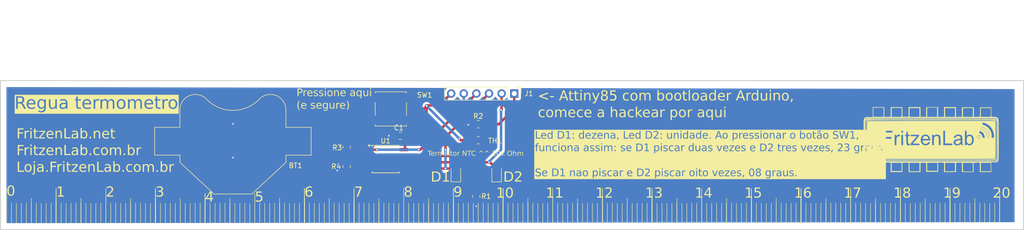
<source format=kicad_pcb>
(kicad_pcb (version 20240108) (generator "pcbnew") (generator_version "8.0")
  (layers (0 "F.Cu" signal) (31 "B.Cu" signal) (34 "B.Paste" user) (35 "F.Paste" user) (36 "B.SilkS" user "B.Silkscreen") (37 "F.SilkS" user "F.Silkscreen") (38 "B.Mask" user) (39 "F.Mask" user) (44 "Edge.Cuts" user))
  (net 0 "")
  (net 1 "LED-decimal")
  (net 2 "GND")
  (net 3 "LED-unitario")
  (net 4 "Analog")
  (net 5 "VCC")
  (net 6 "REF")
  (net 7 "D10")
  (net 9 "Net-(BT1-+)")
  (net 10 "Net-(D1-K)")
  (footprint "Package_SO:SOIC-8W_5.3x5.3mm_P1.27mm" (layer "F.Cu") (at 129.55 92.305)
    (property "Reference" "U1" (at 0 -3.68 0) (layer "F.SilkS"))
    (property "Value" "ATtiny85-20S" (hide yes))
    (pad "1" smd rect (at -3.65 -1.905) (size 1.7 0.65) (layers "F.Cu" "F.Paste" "F.Mask") (net 7 "D10"))
    (pad "2" smd rect (at -3.65 -0.635) (size 1.7 0.65) (layers "F.Cu" "F.Paste" "F.Mask"))
    (pad "3" smd rect (at -3.65 0.635) (size 1.7 0.65) (layers "F.Cu" "F.Paste" "F.Mask") (net 6 "REF"))
    (pad "4" smd rect (at -3.65 1.905) (size 1.7 0.65) (layers "F.Cu" "F.Paste" "F.Mask") (net 2 "GND"))
    (pad "5" smd rect (at 3.65 1.905) (size 1.7 0.65) (layers "F.Cu" "F.Paste" "F.Mask") (net 1 "LED-decimal"))
    (pad "6" smd rect (at 3.65 0.635) (size 1.7 0.65) (layers "F.Cu" "F.Paste" "F.Mask") (net 3 "LED-unitario"))
    (pad "7" smd rect (at 3.65 -0.635) (size 1.7 0.65) (layers "F.Cu" "F.Paste" "F.Mask") (net 4 "Analog"))
    (pad "8" smd rect (at 3.65 -1.905) (size 1.7 0.65) (layers "F.Cu" "F.Paste" "F.Mask") (net 5 "VCC"))
  )
  (footprint "LED_SMD:LED_0805_2012Metric" (layer "F.Cu") (at 151.9 95.2 90)
    (property "Reference" "D2" (at -0.8 3.3 180) (layer "F.SilkS") (effects (font (size 2 2))))
    (property "Value" "LED" (hide yes))
    (pad "1" smd roundrect (at -0.9375 0 90) (size 0.975 1.4) (layers "F.Cu" "F.Paste" "F.Mask") (net 10 "Net-(D1-K)"))
    (pad "2" smd roundrect (at 0.9375 0 90) (size 0.975 1.4) (layers "F.Cu" "F.Paste" "F.Mask") (net 3 "LED-unitario"))
  )
  (footprint "Capacitor_SMD:C_0805_2012Metric" (layer "F.Cu") (at 132.5 87.6 180)
    (property "Reference" "C1" (at 0.3 1.6 0) (layer "F.SilkS"))
    (property "Value" "C" (hide yes))
    (pad "1" smd roundrect (at -0.95 0 180) (size 1 1.45) (layers "F.Cu" "F.Paste" "F.Mask") (net 5 "VCC"))
    (pad "2" smd roundrect (at 0.95 0 180) (size 1 1.45) (layers "F.Cu" "F.Paste" "F.Mask") (net 2 "GND"))
  )
  (footprint "Resistor_SMD:R_0805_2012Metric" (layer "F.Cu") (at 121.7 89.9 90)
    (property "Reference" "R3" (at -0.1 -1.9 180) (layer "F.SilkS"))
    (property "Value" "R" (hide yes))
    (pad "1" smd roundrect (at -0.9125 0 90) (size 1.025 1.4) (layers "F.Cu" "F.Paste" "F.Mask") (roundrect_rratio 0.243902) (net 6 "REF"))
    (pad "2" smd roundrect (at 0.9125 0 90) (size 1.025 1.4) (layers "F.Cu" "F.Paste" "F.Mask") (roundrect_rratio 0.243902) (net 5 "VCC"))
  )
  (footprint "Connector_PinHeader_2.54mm:PinHeader_1x06_P2.54mm_Vertical" (layer "F.Cu") (at 155.45 79.1 -90)
    (property "Reference" "J1" (at 0 -2.95 180) (layer "F.SilkS"))
    (property "Value" "Conn_01x06_Pin" (hide yes))
    (pad "1" thru_hole rect (at 0 0 270) (size 1.7 1.7) (drill 1) (layers "*.Cu" "*.Mask") (net 4 "Analog"))
    (pad "2" thru_hole oval (at 0 2.54 270) (size 1.7 1.7) (drill 1) (layers "*.Cu" "*.Mask") (net 3 "LED-unitario"))
    (pad "3" thru_hole oval (at 0 5.08 270) (size 1.7 1.7) (drill 1) (layers "*.Cu" "*.Mask") (net 1 "LED-decimal"))
    (pad "4" thru_hole oval (at 0 7.62 270) (size 1.7 1.7) (drill 1) (layers "*.Cu" "*.Mask") (net 7 "D10"))
    (pad "5" thru_hole oval (at 0 10.16 270) (size 1.7 1.7) (drill 1) (layers "*.Cu" "*.Mask") (net 2 "GND"))
    (pad "6" thru_hole oval (at 0 12.7 270) (size 1.7 1.7) (drill 1) (layers "*.Cu" "*.Mask") (net 5 "VCC"))
  )
  (footprint "LED_SMD:LED_0805_2012Metric" (layer "F.Cu") (at 143.7 95.2 90)
    (property "Reference" "D1" (at -0.8 -3.1 180) (layer "F.SilkS") (effects (font (size 2 2))))
    (property "Value" "LED" (hide yes))
    (pad "1" smd roundrect (at -0.9375 0 90) (size 0.975 1.4) (layers "F.Cu" "F.Paste" "F.Mask") (net 10 "Net-(D1-K)"))
    (pad "2" smd roundrect (at 0.9375 0 90) (size 0.975 1.4) (layers "F.Cu" "F.Paste" "F.Mask") (net 1 "LED-decimal"))
  )
  (footprint "Button_Switch_SMD:SW_SPST_B3S-1000" (layer "F.Cu") (at 130.6 82.2)
    (property "Reference" "SW1" (at 6.8 -2.8 0) (layer "F.SilkS"))
    (property "Value" "SW_Push_Dual" (hide yes))
    (pad "1" smd rect (at -3.975 -2.25) (size 1.55 1.3) (layers "F.Cu" "F.Paste" "F.Mask") (net 9 "Net-(BT1-+)"))
    (pad "1" smd rect (at 3.975 -2.25) (size 1.55 1.3) (layers "F.Cu" "F.Paste" "F.Mask") (net 9 "Net-(BT1-+)"))
    (pad "2" smd rect (at -3.975 2.25) (size 1.55 1.3) (layers "F.Cu" "F.Paste" "F.Mask") (net 5 "VCC"))
    (pad "2" smd rect (at 3.975 2.25) (size 1.55 1.3) (layers "F.Cu" "F.Paste" "F.Mask") (net 5 "VCC"))
  )
  (footprint "Resistor_SMD:R_0805_2012Metric" (layer "F.Cu") (at 148.2 88.5)
    (property "Reference" "TH1" (at 3.4 0.1 0) (layer "F.SilkS"))
    (property "Value" "Thermistor_NTC" (hide yes))
    (pad "1" smd roundrect (at -0.9125 0) (size 1.025 1.4) (layers "F.Cu" "F.Paste" "F.Mask") (roundrect_rratio 0.243902) (net 5 "VCC"))
    (pad "2" smd roundrect (at 0.9125 0) (size 1.025 1.4) (layers "F.Cu" "F.Paste" "F.Mask") (roundrect_rratio 0.243902) (net 4 "Analog"))
  )
  (footprint "Resistor_SMD:R_0805_2012Metric" (layer "F.Cu") (at 147.8 99.8 -90)
    (property "Reference" "R1" (at 0 -2 180) (layer "F.SilkS"))
    (property "Value" "R" (hide yes))
    (pad "1" smd roundrect (at -0.9125 0 270) (size 1.025 1.4) (layers "F.Cu" "F.Paste" "F.Mask") (roundrect_rratio 0.243902) (net 10 "Net-(D1-K)"))
    (pad "2" smd roundrect (at 0.9125 0 270) (size 1.025 1.4) (layers "F.Cu" "F.Paste" "F.Mask") (roundrect_rratio 0.243902) (net 2 "GND"))
  )
  (footprint "Resistor_SMD:R_0805_2012Metric" (layer "F.Cu") (at 121.7 93.8 90)
    (property "Reference" "R4" (at 0 -2.1 180) (layer "F.SilkS"))
    (property "Value" "R" (hide yes))
    (pad "1" smd roundrect (at -0.9125 0 90) (size 1.025 1.4) (layers "F.Cu" "F.Paste" "F.Mask") (roundrect_rratio 0.243902) (net 2 "GND"))
    (pad "2" smd roundrect (at 0.9125 0 90) (size 1.025 1.4) (layers "F.Cu" "F.Paste" "F.Mask") (roundrect_rratio 0.243902) (net 6 "REF"))
  )
  (footprint "logo:logo-35mm" (layer "F.Cu") (at 239.2 89.4)
    (property "Reference" "G***" (hide yes))
    (property "Value" "LOGO" (hide yes))
  )
  (footprint "Battery:BatteryHolder_Multicomp_BC-2001_1x2032" (layer "F.Cu") (at 98.8 88.709227)
    (property "Reference" "BT1" (at 12.6 4.890773 0) (layer "F.SilkS"))
    (property "Value" "Battery_Cell" (hide yes))
    (pad "1" smd rect (at -12.95 0) (size 5 5) (layers "F.Cu" "F.Paste" "F.Mask") (net 9 "Net-(BT1-+)"))
    (pad "1" smd rect (at 12.95 0) (size 5 5) (layers "F.Cu" "F.Paste" "F.Mask") (net 9 "Net-(BT1-+)"))
    (pad "2" smd rect (at 0 0) (size 4 4) (layers "F.Cu" "F.Paste" "F.Mask") (net 2 "GND"))
  )
  (footprint "Resistor_SMD:R_0805_2012Metric" (layer "F.Cu") (at 148.2 85.3)
    (property "Reference" "R2" (at 0 -1.65 0) (layer "F.SilkS"))
    (property "Value" "R" (hide yes))
    (pad "1" smd roundrect (at -0.9125 0) (size 1.025 1.4) (layers "F.Cu" "F.Paste" "F.Mask") (roundrect_rratio 0.243902) (net 2 "GND"))
    (pad "2" smd roundrect (at 0.9125 0) (size 1.025 1.4) (layers "F.Cu" "F.Paste" "F.Mask") (roundrect_rratio 0.243902) (net 4 "Analog"))
  )
  (gr_line (start 93.2 105.2) (end 93.2 101.2) (stroke (width 0.1)) (layer "F.SilkS"))
  (gr_line (start 236.2 105.2) (end 236.2 101.2) (stroke (width 0.1)) (layer "F.SilkS"))
  (gr_line (start 223.2 105.2) (end 223.2 101.2) (stroke (width 0.1)) (layer "F.SilkS"))
  (gr_line (start 203.2 105.2) (end 203.2 101.2) (stroke (width 0.1)) (layer "F.SilkS"))
  (gr_line (start 103.2 105.2) (end 103.2 99.2) (stroke (width 0.1)) (layer "F.SilkS"))
  (gr_line (start 83.2 105.2) (end 83.2 100.2) (stroke (width 0.1)) (layer "F.SilkS"))
  (gr_line (start 176.2 105.2) (end 176.2 101.2) (stroke (width 0.1)) (layer "F.SilkS"))
  (gr_line (start 111.2 105.2) (end 111.2 101.2) (stroke (width 0.1)) (layer "F.SilkS"))
  (gr_line (start 96.2 105.2) (end 96.2 101.2) (stroke (width 0.1)) (layer "F.SilkS"))
  (gr_line (start 213.2 105.2) (end 213.2 101.2) (stroke (width 0.1)) (layer "F.SilkS"))
  (gr_line (start 209.2 105.2) (end 209.2 101.2) (stroke (width 0.1)) (layer "F.SilkS"))
  (gr_line (start 98.2 105.2) (end 98.2 101.2) (stroke (width 0.1)) (layer "F.SilkS"))
  (gr_line (start 196.2 105.2) (end 196.2 101.2) (stroke (width 0.1)) (layer "F.SilkS"))
  (gr_line (start 223.2 105.2) (end 223.2 98.2) (stroke (width 0.1)) (layer "F.SilkS"))
  (gr_line (start 250.2 105.2) (end 250.2 101.2) (stroke (width 0.1)) (layer "F.SilkS"))
  (gr_line (start 138.2 105.2) (end 138.2 101.2) (stroke (width 0.1)) (layer "F.SilkS"))
  (gr_line (start 91.2 105.2) (end 91.2 101.2) (stroke (width 0.1)) (layer "F.SilkS"))
  (gr_line (start 182.2 105.2) (end 182.2 101.2) (stroke (width 0.1)) (layer "F.SilkS"))
  (gr_line (start 228.2 105.2) (end 228.2 101.2) (stroke (width 0.1)) (layer "F.SilkS"))
  (gr_line (start 200.2 105.2) (end 200.2 101.2) (stroke (width 0.1)) (layer "F.SilkS"))
  (gr_line (start 186.2 105.2) (end 186.2 101.2) (stroke (width 0.1)) (layer "F.SilkS"))
  (gr_line (start 133.2 105.2) (end 133.2 98.2) (stroke (width 0.1)) (layer "F.SilkS"))
  (gr_line (start 141.2 105.2) (end 141.2 101.2) (stroke (width 0.1)) (layer "F.SilkS"))
  (gr_line (start 58.2 105.2) (end 58.2 100.2) (stroke (width 0.1)) (layer "F.SilkS"))
  (gr_line (start 166.2 105.2) (end 166.2 101.2) (stroke (width 0.1)) (layer "F.SilkS"))
  (gr_line (start 177.2 105.2) (end 177.2 101.2) (stroke (width 0.1)) (layer "F.SilkS"))
  (gr_line (start 123.2 105.2) (end 123.2 98.2) (stroke (width 0.1)) (layer "F.SilkS"))
  (gr_line (start 253.2 105.2) (end 253.2 101.2) (stroke (width 0.1)) (layer "F.SilkS"))
  (gr_line (start 173.2 105.2) (end 173.2 100.2) (stroke (width 0.1)) (layer "F.SilkS"))
  (gr_line (start 243.2 105.2) (end 243.2 98.2) (stroke (width 0.1)) (layer "F.SilkS"))
  (gr_line (start 208.2 105.2) (end 208.2 101.2) (stroke (width 0.1)) (layer "F.SilkS"))
  (gr_line (start 193.2 105.2) (end 193.2 98.2) (stroke (width 0.1)) (layer "F.SilkS"))
  (gr_line (start 82.2 105.2) (end 82.2 101.2) (stroke (width 0.1)) (layer "F.SilkS"))
  (gr_line (start 233.2 105.2) (end 233.2 98.2) (stroke (width 0.1)) (layer "F.SilkS"))
  (gr_line (start 243.2 105.2) (end 243.2 98.2) (stroke (width 0.1)) (layer "F.SilkS"))
  (gr_line (start 194.2 105.2) (end 194.2 101.2) (stroke (width 0.1)) (layer "F.SilkS"))
  (gr_line (start 248.2 105.2) (end 248.2 100.2) (stroke (width 0.1)) (layer "F.SilkS"))
  (gr_line (start 201.2 105.2) (end 201.2 101.2) (stroke (width 0.1)) (layer "F.SilkS"))
  (gr_line (start 80.2 105.2) (end 80.2 101.2) (stroke (width 0.1)) (layer "F.SilkS"))
  (gr_line (start 218.2 105.2) (end 218.2 100.2) (stroke (width 0.1)) (layer "F.SilkS"))
  (gr_line (start 127.2 105.2) (end 127.2 101.2) (stroke (width 0.1)) (layer "F.SilkS"))
  (gr_line (start 65.2 105.2) (end 65.2 101.2) (stroke (width 0.1)) (layer "F.SilkS"))
  (gr_line (start 76.2 105.2) (end 76.2 101.2) (stroke (width 0.1)) (layer "F.SilkS"))
  (gr_line (start 73.2 105.2) (end 73.2 101.2) (stroke (width 0.1)) (layer "F.SilkS"))
  (gr_line (start 63.2 105.2) (end 63.2 101.2) (stroke (width 0.1)) (layer "F.SilkS"))
  (gr_line (start 159.2 105.2) (end 159.2 101.2) (stroke (width 0.1)) (layer "F.SilkS"))
  (gr_line (start 238.2 105.2) (end 238.2 100.2) (stroke (width 0.1)) (layer "F.SilkS"))
  (gr_line (start 110.2 105.2) (end 110.2 101.2) (stroke (width 0.1)) (layer "F.SilkS"))
  (gr_line (start 157.2 105.2) (end 157.2 101.2) (stroke (width 0.1)) (layer "F.SilkS"))
  (gr_line (start 203.2 105.2) (end 203.2 98.2) (stroke (width 0.1)) (layer "F.SilkS"))
  (gr_line (start 206.2 105.2) (end 206.2 101.2) (stroke (width 0.1)) (layer "F.SilkS"))
  (gr_line (start 73.2 105.2) (end 73.2 98.2) (stroke (width 0.1)) (layer "F.SilkS"))
  (gr_line (start 185.2 105.2) (end 185.2 101.2) (stroke (width 0.1)) (layer "F.SilkS"))
  (gr_line (start 183.2 105.2) (end 183.2 98.2) (stroke (width 0.1)) (layer "F.SilkS"))
  (gr_line (start 75.2 105.2) (end 75.2 101.2) (stroke (width 0.1)) (layer "F.SilkS"))
  (gr_line (start 74.2 105.2) (end 74.2 101.2) (stroke (width 0.1)) (layer "F.SilkS"))
  (gr_line (start 158.2 105.2) (end 158.2 100.2) (stroke (width 0.1)) (layer "F.SilkS"))
  (gr_line (start 253.2 105.2) (end 253.2 98.2) (stroke (width 0.1)) (layer "F.SilkS"))
  (gr_line (start 68.2 105.2) (end 68.2 100.2) (stroke (width 0.1)) (layer "F.SilkS"))
  (gr_line (start 172.2 105.2) (end 172.2 101.2) (stroke (width 0.1)) (layer "F.SilkS"))
  (gr_line (start 143.2 105.2) (end 143.2 98.2) (stroke (width 0.1)) (layer "F.SilkS"))
  (gr_line (start 233.2 105.2) (end 233.2 98.2) (stroke (width 0.1)) (layer "F.SilkS"))
  (gr_line (start 183.2 105.2) (end 183.2 98.2) (stroke (width 0.1)) (layer "F.SilkS"))
  (gr_line (start 173.2 105.2) (end 173.2 98.2) (stroke (width 0.1)) (layer "F.SilkS"))
  (gr_line (start 62.2 105.2) (end 62.2 101.2) (stroke (width 0.1)) (layer "F.SilkS"))
  (gr_line (start 245.2 105.2) (end 245.2 101.2) (stroke (width 0.1)) (layer "F.SilkS"))
  (gr_line (start 183.2 105.2) (end 183.2 100.2) (stroke (width 0.1)) (layer "F.SilkS"))
  (gr_line (start 98.2 105.2) (end 98.2 100.2) (stroke (width 0.1)) (layer "F.SilkS"))
  (gr_line (start 218.2 105.2) (end 218.2 101.2) (stroke (width 0.1)) (layer "F.SilkS"))
  (gr_line (start 116.2 105.2) (end 116.2 101.2) (stroke (width 0.1)) (layer "F.SilkS"))
  (gr_line (start 123.2 105.2) (end 123.2 100.2) (stroke (width 0.1)) (layer "F.SilkS"))
  (gr_line (start 173.2 105.2) (end 173.2 101.2) (stroke (width 0.1)) (layer "F.SilkS"))
  (gr_line (start 125.2 105.2) (end 125.2 101.2) (stroke (width 0.1)) (layer "F.SilkS"))
  (gr_line (start 137.2 105.2) (end 137.2 101.2) (stroke (width 0.1)) (layer "F.SilkS"))
  (gr_line (start 63.2 105.2) (end 63.2 100.2) (stroke (width 0.1)) (layer "F.SilkS"))
  (gr_line (start 88.2 105.2) (end 88.2 101.2) (stroke (width 0.1)) (layer "F.SilkS"))
  (gr_line (start 193.2 105.2) (end 193.2 98.2) (stroke (width 0.1)) (layer "F.SilkS"))
  (gr_line (start 66.2 105.2) (end 66.2 101.2) (stroke (width 0.1)) (layer "F.SilkS"))
  (gr_line (start 222.2 105.2) (end 222.2 101.2) (stroke (width 0.1)) (layer "F.SilkS"))
  (gr_line (start 229.2 105.2) (end 229.2 101.2) (stroke (width 0.1)) (layer "F.SilkS"))
  (gr_line (start 195.2 105.2) (end 195.2 101.2) (stroke (width 0.1)) (layer "F.SilkS"))
  (gr_line (start 122.2 105.2) (end 122.2 101.2) (stroke (width 0.1)) (layer "F.SilkS"))
  (gr_line (start 83.2 105.2) (end 83.2 98.2) (stroke (width 0.1)) (layer "F.SilkS"))
  (gr_line (start 193.2 105.2) (end 193.2 100.2) (stroke (width 0.1)) (layer "F.SilkS"))
  (gr_line (start 213.2 105.2) (end 213.2 100.2) (stroke (width 0.1)) (layer "F.SilkS"))
  (gr_line (start 108.2 105.2) (end 108.2 100.2) (stroke (width 0.1)) (layer "F.SilkS"))
  (gr_line (start 114.2 105.2) (end 114.2 101.2) (stroke (width 0.1)) (layer "F.SilkS"))
  (gr_line (start 133.2 105.2) (end 133.2 100.2) (stroke (width 0.1)) (layer "F.SilkS"))
  (gr_line (start 225.2 105.2) (end 225.2 101.2) (stroke (width 0.1)) (layer "F.SilkS"))
  (gr_line (start 69.2 105.2) (end 69.2 101.2) (stroke (width 0.1)) (layer "F.SilkS"))
  (gr_line (start 216.2 105.2) (end 216.2 101.2) (stroke (width 0.1)) (layer "F.SilkS"))
  (gr_line (start 199.2 105.2) (end 199.2 101.2) (stroke (width 0.1)) (layer "F.SilkS"))
  (gr_line (start 138.2 105.2) (end 138.2 100.2) (stroke (width 0.1)) (layer "F.SilkS"))
  (gr_line (start 70.2 105.2) (end 70.2 101.2) (stroke (width 0.1)) (layer "F.SilkS"))
  (gr_line (start 78.2 105.2) (end 78.2 100.2) (stroke (width 0.1)) (layer "F.SilkS"))
  (gr_line (start 178.2 105.2) (end 178.2 101.2) (stroke (width 0.1)) (layer "F.SilkS"))
  (gr_line (start 113.2 105.2) (end 113.2 101.2) (stroke (width 0.1)) (layer "F.SilkS"))
  (gr_line (start 105.2 105.2) (end 105.2 101.2) (stroke (width 0.1)) (layer "F.SilkS"))
  (gr_line (start 145.2 105.2) (end 145.2 101.2) (stroke (width 0.1)) (layer "F.SilkS"))
  (gr_line (start 162.2 105.2) (end 162.2 101.2) (stroke (width 0.1)) (layer "F.SilkS"))
  (gr_line (start 113.2 105.2) (end 113.2 100.2) (stroke (width 0.1)) (layer "F.SilkS"))
  (gr_line (start 88.2 105.2) (end 88.2 100.2) (stroke (width 0.1)) (layer "F.SilkS"))
  (gr_line (start 217.2 105.2) (end 217.2 101.2) (stroke (width 0.1)) (layer "F.SilkS"))
  (gr_line (start 59.2 105.2) (end 59.2 101.2) (stroke (width 0.1)) (layer "F.SilkS"))
  (gr_line (start 93.2 105.2) (end 93.2 99.2) (stroke (width 0.1)) (layer "F.SilkS"))
  (gr_line (start 130.2 105.2) (end 130.2 101.2) (stroke (width 0.1)) (layer "F.SilkS"))
  (gr_line (start 148.2 105.2) (end 148.2 101.2) (stroke (width 0.1)) (layer "F.SilkS"))
  (gr_line (start 243.2 105.2) (end 243.2 101.2) (stroke (width 0.1)) (layer "F.SilkS"))
  (gr_line (start 117.2 105.2) (end 117.2 101.2) (stroke (width 0.1)) (layer "F.SilkS"))
  (gr_line (start 128.2 105.2) (end 128.2 100.2) (stroke (width 0.1)) (layer "F.SilkS"))
  (gr_line (start 128.2 105.2) (end 128.2 101.2) (stroke (width 0.1)) (layer "F.SilkS"))
  (gr_line (start 230.2 105.2) (end 230.2 101.2) (stroke (width 0.1)) (layer "F.SilkS"))
  (gr_line (start 73.2 105.2) (end 73.2 100.2) (stroke (width 0.1)) (layer "F.SilkS"))
  (gr_line (start 237.2 105.2) (end 237.2 101.2) (stroke (width 0.1)) (layer "F.SilkS"))
  (gr_line (start 210.2 105.2) (end 210.2 101.2) (stroke (width 0.1)) (layer "F.SilkS"))
  (gr_line (start 156.2 105.2) (end 156.2 101.2) (stroke (width 0.1)) (layer "F.SilkS"))
  (gr_line (start 251.2 105.2) (end 251.2 101.2) (stroke (width 0.1)) (layer "F.SilkS"))
  (gr_line (start 113.2 105.2) (end 113.2 98.2) (stroke (width 0.1)) (layer "F.SilkS"))
  (gr_line (start 253.2 105.2) (end 253.2 100.2) (stroke (width 0.1)) (layer "F.SilkS"))
  (gr_line (start 148.2 105.2) (end 148.2 101.2) (stroke (width 0.1)) (layer "F.SilkS"))
  (gr_line (start 175.2 105.2) (end 175.2 101.2) (stroke (width 0.1)) (layer "F.SilkS"))
  (gr_line (start 113.2 105.2) (end 113.2 98.2) (stroke (width 0.1)) (layer "F.SilkS"))
  (gr_line (start 246.2 105.2) (end 246.2 101.2) (stroke (width 0.1)) (layer "F.SilkS"))
  (gr_line (start 234.2 105.2) (end 234.2 101.2) (stroke (width 0.1)) (layer "F.SilkS"))
  (gr_line (start 153.2 105.2) (end 153.2 100.2) (stroke (width 0.1)) (layer "F.SilkS"))
  (gr_line (start 133.2 105.2) (end 133.2 98.2) (stroke (width 0.1)) (layer "F.SilkS"))
  (gr_line (start 223.2 105.2) (end 223.2 100.2) (stroke (width 0.1)) (layer "F.SilkS"))
  (gr_line (start 163.2 105.2) (end 163.2 101.2) (stroke (width 0.1)) (layer "F.SilkS"))
  (gr_line (start 161.2 105.2) (end 161.2 101.2) (stroke (width 0.1)) (layer "F.SilkS"))
  (gr_line (start 121.2 105.2) (end 121.2 101.2) (stroke (width 0.1)) (layer "F.SilkS"))
  (gr_line (start 164.2 105.2) (end 164.2 101.2) (stroke (width 0.1)) (layer "F.SilkS"))
  (gr_line (start 95.2 105.2) (end 95.2 101.2) (stroke (width 0.1)) (layer "F.SilkS"))
  (gr_line (start 203.2 105.2) (end 203.2 100.2) (stroke (width 0.1)) (layer "F.SilkS"))
  (gr_line (start 84.2 105.2) (end 84.2 101.2) (stroke (width 0.1)) (layer "F.SilkS"))
  (gr_line (start 241.2 105.2) (end 241.2 101.2) (stroke (width 0.1)) (layer "F.SilkS"))
  (gr_line (start 108.2 105.2) (end 108.2 101.2) (stroke (width 0.1)) (layer "F.SilkS"))
  (gr_line (start 106.2 105.2) (end 106.2 101.2) (stroke (width 0.1)) (layer "F.SilkS"))
  (gr_line (start 178.2 105.2) (end 178.2 100.2) (stroke (width 0.1)) (layer "F.SilkS"))
  (gr_line (start 139.2 105.2) (end 139.2 101.2) (stroke (width 0.1)) (layer "F.SilkS"))
  (gr_line (start 151.2 105.2) (end 151.2 101.2) (stroke (width 0.1)) (layer "F.SilkS"))
  (gr_line (start 119.2 105.2) (end 119.2 101.2) (stroke (width 0.1)) (layer "F.SilkS"))
  (gr_line (start 120.2 105.2) (end 120.2 101.2) (stroke (width 0.1)) (layer "F.SilkS"))
  (gr_line (start 221.2 105.2) (end 221.2 101.2) (stroke (width 0.1)) (layer "F.SilkS"))
  (gr_line (start 207.2 105.2) (end 207.2 101.2) (stroke (width 0.1)) (layer "F.SilkS"))
  (gr_line (start 146.2 105.2) (end 146.2 101.2) (stroke (width 0.1)) (layer "F.SilkS"))
  (gr_line (start 205.2 105.2) (end 205.2 101.2) (stroke (width 0.1)) (layer "F.SilkS"))
  (gr_line (start 85.2 105.2) (end 85.2 101.2) (stroke (width 0.1)) (layer "F.SilkS"))
  (gr_line (start 57.2 105.2) (end 57.2 101.2) (stroke (width 0.1)) (layer "F.SilkS"))
  (gr_line (start 198.2 105.2) (end 198.2 100.2) (stroke (width 0.1)) (layer "F.SilkS"))
  (gr_line (start 83.2 105.2) (end 83.2 98.2) (stroke (width 0.1)) (layer "F.SilkS"))
  (gr_line (start 174.2 105.2) (end 174.2 101.2) (stroke (width 0.1)) (layer "F.SilkS"))
  (gr_line (start 154.2 105.2) (end 154.2 101.2) (stroke (width 0.1)) (layer "F.SilkS"))
  (gr_line (start 153.2 105.2) (end 153.2 98.2) (stroke (width 0.1)) (layer "F.SilkS"))
  (gr_line (start 90.2 105.2) (end 90.2 101.2) (stroke (width 0.1)) (layer "F.SilkS"))
  (gr_line (start 183.2 105.2) (end 183.2 101.2) (stroke (width 0.1)) (layer "F.SilkS"))
  (gr_line (start 204.2 105.2) (end 204.2 101.2) (stroke (width 0.1)) (layer "F.SilkS"))
  (gr_line (start 238.2 105.2) (end 238.2 101.2) (stroke (width 0.1)) (layer "F.SilkS"))
  (gr_line (start 142.2 105.2) (end 142.2 101.2) (stroke (width 0.1)) (layer "F.SilkS"))
  (gr_line (start 132.2 105.2) (end 132.2 101.2) (stroke (width 0.1)) (layer "F.SilkS"))
  (gr_line (start 131.2 105.2) (end 131.2 101.2) (stroke (width 0.1)) (layer "F.SilkS"))
  (gr_line (start 226.2 105.2) (end 226.2 101.2) (stroke (width 0.1)) (layer "F.SilkS"))
  (gr_line (start 93.2 105.2) (end 93.2 100.2) (stroke (width 0.1)) (layer "F.SilkS"))
  (gr_line (start 197.2 105.2) (end 197.2 101.2) (stroke (width 0.1)) (layer "F.SilkS"))
  (gr_line (start 103.2 105.2) (end 103.2 100.2) (stroke (width 0.1)) (layer "F.SilkS"))
  (gr_line (start 101.2 105.2) (end 101.2 101.2) (stroke (width 0.1)) (layer "F.SilkS"))
  (gr_line (start 163.2 105.2) (end 163.2 98.2) (stroke (width 0.1)) (layer "F.SilkS"))
  (gr_line (start 227.2 105.2) (end 227.2 101.2) (stroke (width 0.1)) (layer "F.SilkS"))
  (gr_line (start 123.2 105.2) (end 123.2 101.2) (stroke (width 0.1)) (layer "F.SilkS"))
  (gr_line (start 143.2 105.2) (end 143.2 101.2) (stroke (width 0.1)) (layer "F.SilkS"))
  (gr_line (start 191.2 105.2) (end 191.2 101.2) (stroke (width 0.1)) (layer "F.SilkS"))
  (gr_line (start 160.2 105.2) (end 160.2 101.2) (stroke (width 0.1)) (layer "F.SilkS"))
  (gr_line (start 99.2 105.2) (end 99.2 101.2) (stroke (width 0.1)) (layer "F.SilkS"))
  (gr_line (start 167.2 105.2) (end 167.2 101.2) (stroke (width 0.1)) (layer "F.SilkS"))
  (gr_line (start 239.2 105.2) (end 239.2 101.2) (stroke (width 0.1)) (layer "F.SilkS"))
  (gr_line (start 248.2 105.2) (end 248.2 101.2) (stroke (width 0.1)) (layer "F.SilkS"))
  (gr_line (start 147.2 105.2) (end 147.2 101.2) (stroke (width 0.1)) (layer "F.SilkS"))
  (gr_line (start 78.2 105.2) (end 78.2 101.2) (stroke (width 0.1)) (layer "F.SilkS"))
  (gr_line (start 53.2 105.2) (end 53.2 98.2) (stroke (width 0.1)) (layer "F.SilkS"))
  (gr_line (start 112.2 105.2) (end 112.2 101.2) (stroke (width 0.1)) (layer "F.SilkS"))
  (gr_line (start 144.2 105.2) (end 144.2 101.2) (stroke (width 0.1)) (layer "F.SilkS"))
  (gr_line (start 214.2 105.2) (end 214.2 101.2) (stroke (width 0.1)) (layer "F.SilkS"))
  (gr_line (start 202.2 105.2) (end 202.2 101.2) (stroke (width 0.1)) (layer "F.SilkS"))
  (gr_line (start 173.2 105.2) (end 173.2 98.2) (stroke (width 0.1)) (layer "F.SilkS"))
  (gr_line (start 242.2 105.2) (end 242.2 101.2) (stroke (width 0.1)) (layer "F.SilkS"))
  (gr_line (start 243.2 105.2) (end 243.2 100.2) (stroke (width 0.1)) (layer "F.SilkS"))
  (gr_line (start 198.2 105.2) (end 198.2 101.2) (stroke (width 0.1)) (layer "F.SilkS"))
  (gr_line (start 63.2 105.2) (end 63.2 98.2) (stroke (width 0.1)) (layer "F.SilkS"))
  (gr_line (start 220.2 105.2) (end 220.2 101.2) (stroke (width 0.1)) (layer "F.SilkS"))
  (gr_line (start 143.2 105.2) (end 143.2 98.2) (stroke (width 0.1)) (layer "F.SilkS"))
  (gr_line (start 165.2 105.2) (end 165.2 101.2) (stroke (width 0.1)) (layer "F.SilkS"))
  (gr_line (start 169.2 105.2) (end 169.2 101.2) (stroke (width 0.1)) (layer "F.SilkS"))
  (gr_line (start 135.2 105.2) (end 135.2 101.2) (stroke (width 0.1)) (layer "F.SilkS"))
  (gr_line (start 171.2 105.2) (end 171.2 101.2) (stroke (width 0.1)) (layer "F.SilkS"))
  (gr_line (start 228.2 105.2) (end 228.2 100.2) (stroke (width 0.1)) (layer "F.SilkS"))
  (gr_line (start 190.2 105.2) (end 190.2 101.2) (stroke (width 0.1)) (layer "F.SilkS"))
  (gr_line (start 211.2 105.2) (end 211.2 101.2) (stroke (width 0.1)) (layer "F.SilkS"))
  (gr_line (start 129.2 105.2) (end 129.2 101.2) (stroke (width 0.1)) (layer "F.SilkS"))
  (gr_line (start 187.2 105.2) (end 187.2 101.2) (stroke (width 0.1)) (layer "F.SilkS"))
  (gr_line (start 232.2 105.2) (end 232.2 101.2) (stroke (width 0.1)) (layer "F.SilkS"))
  (gr_line (start 150.2 105.2) (end 150.2 101.2) (stroke (width 0.1)) (layer "F.SilkS"))
  (gr_line (start 163.2 105.2) (end 163.2 100.2) (stroke (width 0.1)) (layer "F.SilkS"))
  (gr_line (start 136.2 105.2) (end 136.2 101.2) (stroke (width 0.1)) (layer "F.SilkS"))
  (gr_line (start 100.2 105.2) (end 100.2 101.2) (stroke (width 0.1)) (layer "F.SilkS"))
  (gr_line (start 180.2 105.2) (end 180.2 101.2) (stroke (width 0.1)) (layer "F.SilkS"))
  (gr_line (start 233.2 105.2) (end 233.2 100.2) (stroke (width 0.1)) (layer "F.SilkS"))
  (gr_line (start 224.2 105.2) (end 224.2 101.2) (stroke (width 0.1)) (layer "F.SilkS"))
  (gr_line (start 60.2 105.2) (end 60.2 101.2) (stroke (width 0.1)) (layer "F.SilkS"))
  (gr_line (start 179.2 105.2) (end 179.2 101.2) (stroke (width 0.1)) (layer "F.SilkS"))
  (gr_line (start 63.2 105.2) (end 63.2 98.2) (stroke (width 0.1)) (layer "F.SilkS"))
  (gr_line (start 109.2 105.2) (end 109.2 101.2) (stroke (width 0.1)) (layer "F.SilkS"))
  (gr_line (start 104.2 105.2) (end 104.2 101.2) (stroke (width 0.1)) (layer "F.SilkS"))
  (gr_line (start 124.2 105.2) (end 124.2 101.2) (stroke (width 0.1)) (layer "F.SilkS"))
  (gr_line (start 123.2 105.2) (end 123.2 98.2) (stroke (width 0.1)) (layer "F.SilkS"))
  (gr_line (start 153.2 105.2) (end 153.2 98.2) (stroke (width 0.1)) (layer "F.SilkS"))
  (gr_line (start 189.2 105.2) (end 189.2 101.2) (stroke (width 0.1)) (layer "F.SilkS"))
  (gr_line (start 97.2 105.2) (end 97.2 101.2) (stroke (width 0.1)) (layer "F.SilkS"))
  (gr_line (start 208.2 105.2) (end 208.2 100.2) (stroke (width 0.1)) (layer "F.SilkS"))
  (gr_line (start 155.2 105.2) (end 155.2 101.2) (stroke (width 0.1)) (layer "F.SilkS"))
  (gr_line (start 72.2 105.2) (end 72.2 101.2) (stroke (width 0.1)) (layer "F.SilkS"))
  (gr_line (start 79.2 105.2) (end 79.2 101.2) (stroke (width 0.1)) (layer "F.SilkS"))
  (gr_line (start 83.2 105.2) (end 83.2 101.2) (stroke (width 0.1)) (layer "F.SilkS"))
  (gr_line (start 86.2 105.2) (end 86.2 101.2) (stroke (width 0.1)) (layer "F.SilkS"))
  (gr_line (start 103.2 105.2) (end 103.2 101.2) (stroke (width 0.1)) (layer "F.SilkS"))
  (gr_line (start 107.2 105.2) (end 107.2 101.2) (stroke (width 0.1)) (layer "F.SilkS"))
  (gr_line (start 223.2 105.2) (end 223.2 98.2) (stroke (width 0.1)) (layer "F.SilkS"))
  (gr_line (start 203.2 105.2) (end 203.2 98.2) (stroke (width 0.1)) (layer "F.SilkS"))
  (gr_line (start 231.2 105.2) (end 231.2 101.2) (stroke (width 0.1)) (layer "F.SilkS"))
  (gr_line (start 133.2 105.2) (end 133.2 101.2) (stroke (width 0.1)) (layer "F.SilkS"))
  (gr_line (start 103.2 105.2) (end 103.2 99.2) (stroke (width 0.1)) (layer "F.SilkS"))
  (gr_line (start 56.2 105.2) (end 56.2 101.2) (stroke (width 0.1)) (layer "F.SilkS"))
  (gr_line (start 54.2 105.2) (end 54.2 101.2) (stroke (width 0.1)) (layer "F.SilkS"))
  (gr_line (start 168.2 105.2) (end 168.2 100.2) (stroke (width 0.1)) (layer "F.SilkS"))
  (gr_line (start 252.2 105.2) (end 252.2 101.2) (stroke (width 0.1)) (layer "F.SilkS"))
  (gr_line (start 213.2 105.2) (end 213.2 98.2) (stroke (width 0.1)) (layer "F.SilkS"))
  (gr_line (start 233.2 105.2) (end 233.2 101.2) (stroke (width 0.1)) (layer "F.SilkS"))
  (gr_line (start 158.2 105.2) (end 158.2 101.2) (stroke (width 0.1)) (layer "F.SilkS"))
  (gr_line (start 115.2 105.2) (end 115.2 101.2) (stroke (width 0.1)) (layer "F.SilkS"))
  (gr_line (start 168.2 105.2) (end 168.2 101.2) (stroke (width 0.1)) (layer "F.SilkS"))
  (gr_line (start 192.2 105.2) (end 192.2 101.2) (stroke (width 0.1)) (layer "F.SilkS"))
  (gr_line (start 126.2 105.2) (end 126.2 101.2) (stroke (width 0.1)) (layer "F.SilkS"))
  (gr_line (start 118.2 105.2) (end 118.2 101.2) (stroke (width 0.1)) (layer "F.SilkS"))
  (gr_line (start 247.2 105.2) (end 247.2 101.2) (stroke (width 0.1)) (layer "F.SilkS"))
  (gr_line (start 244.2 105.2) (end 244.2 101.2) (stroke (width 0.1)) (layer "F.SilkS"))
  (gr_line (start 94.2 105.2) (end 94.2 101.2) (stroke (width 0.1)) (layer "F.SilkS"))
  (gr_line (start 81.2 105.2) (end 81.2 101.2) (stroke (width 0.1)) (layer "F.SilkS"))
  (gr_line (start 181.2 105.2) (end 181.2 101.2) (stroke (width 0.1)) (layer "F.SilkS"))
  (gr_line (start 188.2 105.2) (end 188.2 100.2) (stroke (width 0.1)) (layer "F.SilkS"))
  (gr_line (start 219.2 105.2) (end 219.2 101.2) (stroke (width 0.1)) (layer "F.SilkS"))
  (gr_line (start 77.2 105.2) (end 77.2 101.2) (stroke (width 0.1)) (layer "F.SilkS"))
  (gr_line (start 73.2 105.2) (end 73.2 98.2) (stroke (width 0.1)) (layer "F.SilkS"))
  (gr_line (start 184.2 105.2) (end 184.2 101.2) (stroke (width 0.1)) (layer "F.SilkS"))
  (gr_line (start 67.2 105.2) (end 67.2 101.2) (stroke (width 0.1)) (layer "F.SilkS"))
  (gr_line (start 118.2 105.2) (end 118.2 100.2) (stroke (width 0.1)) (layer "F.SilkS"))
  (gr_line (start 87.2 105.2) (end 87.2 101.2) (stroke (width 0.1)) (layer "F.SilkS"))
  (gr_line (start 193.2 105.2) (end 193.2 101.2) (stroke (width 0.1)) (layer "F.SilkS"))
  (gr_line (start 240.2 105.2) (end 240.2 101.2) (stroke (width 0.1)) (layer "F.SilkS"))
  (gr_line (start 215.2 105.2) (end 215.2 101.2) (stroke (width 0.1)) (layer "F.SilkS"))
  (gr_line (start 140.2 105.2) (end 140.2 101.2) (stroke (width 0.1)) (layer "F.SilkS"))
  (gr_line (start 55.2 105.2) (end 55.2 101.2) (stroke (width 0.1)) (layer "F.SilkS"))
  (gr_line (start 149.2 105.2) (end 149.2 101.2) (stroke (width 0.1)) (layer "F.SilkS"))
  (gr_line (start 152.2 105.2) (end 152.2 101.2) (stroke (width 0.1)) (layer "F.SilkS"))
  (gr_line (start 153.2 105.2) (end 153.2 101.2) (stroke (width 0.1)) (layer "F.SilkS"))
  (gr_line (start 93.2 105.2) (end 93.2 99.2) (stroke (width 0.1)) (layer "F.SilkS"))
  (gr_line (start 143.2 105.2) (end 143.2 100.2) (stroke (width 0.1)) (layer "F.SilkS"))
  (gr_line (start 235.2 105.2) (end 235.2 101.2) (stroke (width 0.1)) (layer "F.SilkS"))
  (gr_line (start 213.2 105.2) (end 213.2 98.2) (stroke (width 0.1)) (layer "F.SilkS"))
  (gr_line (start 89.2 105.2) (end 89.2 101.2) (stroke (width 0.1)) (layer "F.SilkS"))
  (gr_line (start 58.2 105.2) (end 58.2 101.2) (stroke (width 0.1)) (layer "F.SilkS"))
  (gr_line (start 212.2 105.2) (end 212.2 101.2) (stroke (width 0.1)) (layer "F.SilkS"))
  (gr_line (start 92.2 105.2) (end 92.2 101.2) (stroke (width 0.1)) (layer "F.SilkS"))
  (gr_line (start 188.2 105.2) (end 188.2 101.2) (stroke (width 0.1)) (layer "F.SilkS"))
  (gr_line (start 134.2 105.2) (end 134.2 101.2) (stroke (width 0.1)) (layer "F.SilkS"))
  (gr_line (start 68.2 105.2) (end 68.2 101.2) (stroke (width 0.1)) (layer "F.SilkS"))
  (gr_line (start 61.2 105.2) (end 61.2 101.2) (stroke (width 0.1)) (layer "F.SilkS"))
  (gr_line (start 102.2 105.2) (end 102.2 101.2) (stroke (width 0.1)) (layer "F.SilkS"))
  (gr_line (start 71.2 105.2) (end 71.2 101.2) (stroke (width 0.1)) (layer "F.SilkS"))
  (gr_line (start 170.2 105.2) (end 170.2 101.2) (stroke (width 0.1)) (layer "F.SilkS"))
  (gr_line (start 163.2 105.2) (end 163.2 98.2) (stroke (width 0.1)) (layer "F.SilkS"))
  (gr_line (start 249.2 105.2) (end 249.2 101.2) (stroke (width 0.1)) (layer "F.SilkS"))
  (gr_line (start 64.2 105.2) (end 64.2 101.2) (stroke (width 0.1)) (layer "F.SilkS"))
  (gr_rect (start 52 76.5) (end 258 106.5) (stroke (width 0.2)) (fill none) (layer "Edge.Cuts"))
  (gr_text "Regua termometro" (at 54.8 82.6 0) (layer "F.SilkS" knockout) (effects (font (size 2.5 2.5) (thickness 0.1)) (justify left bottom)))
  (gr_text "6" (at 113.2 100.2 0) (layer "F.SilkS") (effects (font (size 2 2) (thickness 0.1)) (justify left bottom)))
  (gr_text "Led D1: dezena, Led D2: unidade. Ao pressionar o botão SW1,\nfunciona assim: se D1 piscar duas vezes e D2 tres vezes, 23 graus.\n\nSe D1 nao piscar e D2 piscar oito vezes, 08 graus." (at 159.6 96 0) (layer "F.SilkS" knockout) (effects (font (size 1.5 1.5) (thickness 0.1)) (justify left bottom)))
  (gr_text "7" (at 123.2 100.2 0) (layer "F.SilkS") (effects (font (size 2 2) (thickness 0.1)) (justify left bottom)))
  (gr_text "1" (at 63.2 100.2 0) (layer "F.SilkS") (effects (font (size 2 2) (thickness 0.1)) (justify left bottom)))
  (gr_text "12" (at 171.8 100.4 0) (layer "F.SilkS") (effects (font (size 2 2) (thickness 0.1)) (justify left bottom)))
  (gr_text "<- Attiny85 com bootloader Arduino,\ncomece a hackear por aqui" (at 160.2 84.2 0) (layer "F.SilkS") (effects (font (size 2 2) (thickness 0.1)) (justify left bottom)))
  (gr_text "Pressione aqui \n(e segure)" (at 111.6 82.4 0) (layer "F.SilkS") (effects (font (size 1.5 1.5) (thickness 0.1)) (justify left bottom)))
  (gr_text "19" (at 241.8 100.4 0) (layer "F.SilkS") (effects (font (size 2 2) (thickness 0.1)) (justify left bottom)))
  (gr_text "9" (at 143.2 100.2 0) (layer "F.SilkS") (effects (font (size 2 2) (thickness 0.1)) (justify left bottom)))
  (gr_text "15" (at 201.8 100.4 0) (layer "F.SilkS") (effects (font (size 2 2) (thickness 0.1)) (justify left bottom)))
  (gr_text "20" (at 251.8 100.4 0) (layer "F.SilkS") (effects (font (size 2 2) (thickness 0.1)) (justify left bottom)))
  (gr_text "16" (at 211.8 100.4 0) (layer "F.SilkS") (effects (font (size 2 2) (thickness 0.1)) (justify left bottom)))
  (gr_text "10" (at 151.8 100.4 0) (layer "F.SilkS") (effects (font (size 2 2) (thickness 0.1)) (justify left bottom)))
  (gr_text "FritzenLab.net\nFritzenLab.com.br\nLoja.FritzenLab.com.br" (at 55.2 95.2 0) (layer "F.SilkS") (effects (font (size 2 2) (thickness 0.1)) (justify left bottom)))
  (gr_text "5" (at 103.2 101.2 0) (layer "F.SilkS") (effects (font (size 2 2) (thickness 0.1)) (justify left bottom)))
  (gr_text "8" (at 133.2 100.2 0) (layer "F.SilkS") (effects (font (size 2 2) (thickness 0.1)) (justify left bottom)))
  (gr_text "4" (at 93.2 101.2 0) (layer "F.SilkS") (effects (font (size 2 2) (thickness 0.1)) (justify left bottom)))
  (gr_text "0" (at 53.2 100 0) (layer "F.SilkS") (effects (font (size 2 2) (thickness 0.1)) (justify left bottom)))
  (gr_text "18" (at 231.8 100.4 0) (layer "F.SilkS") (effects (font (size 2 2) (thickness 0.1)) (justify left bottom)))
  (gr_text "Termistor NTC ^^ 10k Ohm" (at 138 91.8 0) (layer "F.SilkS") (effects (font (size 1 1) (thickness 0.1)) (justify left bottom)))
  (gr_text "13" (at 181.8 100.4 0) (layer "F.SilkS") (effects (font (size 2 2) (thickness 0.1)) (justify left bottom)))
  (gr_text "2" (at 73.2 100.2 0) (layer "F.SilkS") (effects (font (size 2 2) (thickness 0.1)) (justify left bottom)))
  (gr_text "3" (at 83.2 100.2 0) (layer "F.SilkS") (effects (font (size 2 2) (thickness 0.1)) (justify left bottom)))
  (gr_text "14" (at 191.8 100.4 0) (layer "F.SilkS") (effects (font (size 2 2) (thickness 0.1)) (justify left bottom)))
  (gr_text "17" (at 221.8 100.4 0) (layer "F.SilkS") (effects (font (size 2 2) (thickness 0.1)) (justify left bottom)))
  (gr_text "11" (at 161.8 100.4 0) (layer "F.SilkS") (effects (font (size 2 2) (thickness 0.1)) (justify left bottom)))
  (segment (start 141.6 87.87) (end 141.6 90.4) (width 0.5) (layer "F.Cu") (net 1))
  (segment (start 143.6475 94.21) (end 143.7 94.2625) (width 0.5) (layer "F.Cu") (net 1))
  (segment (start 133.2 94.21) (end 143.6475 94.21) (width 0.5) (layer "F.Cu") (net 1))
  (segment (start 150.37 79.1) (end 141.6 87.87) (width 0.5) (layer "F.Cu") (net 1))
  (via (at 141.6 94.2) (size 0.6) (drill 0.3) (layers "F.Cu" "B.Cu") (net 1))
  (via (at 141.6 90.4) (size 0.6) (drill 0.3) (layers "F.Cu" "B.Cu") (net 1))
  (segment (start 141.6 90.4) (end 141.6 94.2) (width 0.5) (layer "B.Cu") (net 1))
  (segment (start 121.7 94.7125) (end 119.9125 94.7125) (width 0.5) (layer "F.Cu") (net 2))
  (segment (start 146.3 85.3) (end 146.2 85.4) (width 0.5) (layer "F.Cu") (net 2))
  (segment (start 119.9125 94.7125) (end 119.8 94.6) (width 0.5) (layer "F.Cu") (net 2))
  (segment (start 123.8875 94.7125) (end 124.39 94.21) (width 0.5) (layer "F.Cu") (net 2))
  (segment (start 98.8 85.2) (end 98.8 88.709227) (width 0.5) (layer "F.Cu") (net 2))
  (segment (start 147.8 100.7125) (end 147.8 101.8) (width 0.5) (layer "F.Cu") (net 2))
  (segment (start 131.55 87.6) (end 130.2 87.6) (width 0.5) (layer "F.Cu") (net 2))
  (segment (start 124.39 94.21) (end 125.9 94.21) (width 0.5) (layer "F.Cu") (net 2))
  (segment (start 98.8 92) (end 98.8 88.709227) (width 0.5) (layer "F.Cu") (net 2))
  (segment (start 121.7 94.7125) (end 123.8875 94.7125) (width 0.5) (layer "F.Cu") (net 2))
  (segment (start 147.2875 85.3) (end 146.3 85.3) (width 0.5) (layer "F.Cu") (net 2))
  (via (at 146.2 85.4) (size 0.6) (drill 0.3) (layers "F.Cu" "B.Cu") (net 2))
  (via (at 147.8 101.8) (size 0.6) (drill 0.3) (layers "F.Cu" "B.Cu") (net 2))
  (via (at 98.8 85.2) (size 0.6) (drill 0.3) (layers "F.Cu" "B.Cu") (net 2))
  (via (at 98.8 92) (size 0.6) (drill 0.3) (layers "F.Cu" "B.Cu") (net 2))
  (via (at 130.2 87.6) (size 0.6) (drill 0.3) (layers "F.Cu" "B.Cu") (net 2))
  (via (at 119.8 94.6) (size 0.6) (drill 0.3) (layers "F.Cu" "B.Cu") (net 2))
  (segment (start 152.91 82.29) (end 152.8 82.4) (width 0.5) (layer "F.Cu") (net 3))
  (segment (start 150.5775 92.94) (end 150.4 92.94) (width 0.5) (layer "F.Cu") (net 3))
  (segment (start 151.9 94.2625) (end 150.5775 92.94) (width 0.5) (layer "F.Cu") (net 3))
  (segment (start 150.4 92.94) (end 133.2 92.94) (width 0.5) (layer "F.Cu") (net 3))
  (segment (start 152.91 79.1) (end 152.91 82.29) (width 0.5) (layer "F.Cu") (net 3))
  (via (at 150.4 92.94) (size 0.6) (drill 0.3) (layers "F.Cu" "B.Cu") (net 3))
  (via (at 152.8 82.4) (size 0.6) (drill 0.3) (layers "F.Cu" "B.Cu") (net 3))
  (segment (start 152.8 82.4) (end 152.8 90.4) (width 0.5) (layer "B.Cu") (net 3))
  (segment (start 152.8 90.4) (end 150.4 92.8) (width 0.5) (layer "B.Cu") (net 3))
  (segment (start 155.45 82.15) (end 152.3 85.3) (width 0.5) (layer "F.Cu") (net 4))
  (segment (start 147.53 91.67) (end 149.1125 90.0875) (width 0.5) (layer "F.Cu") (net 4))
  (segment (start 152.3 85.3) (end 149.1125 85.3) (width 0.5) (layer "F.Cu") (net 4))
  (segment (start 149.1125 88.5) (end 149.1125 85.3) (width 0.5) (layer "F.Cu") (net 4))
  (segment (start 155.45 79.1) (end 155.45 82.15) (width 0.5) (layer "F.Cu") (net 4))
  (segment (start 149.1125 90.0875) (end 149.1125 88.5) (width 0.5) (layer "F.Cu") (net 4))
  (segment (start 133.2 91.67) (end 147.53 91.67) (width 0.5) (layer "F.Cu") (net 4))
  (segment (start 134.95 84.45) (end 126.625 84.45) (width 0.5) (layer "F.Cu") (net 5))
  (segment (start 135.25 85.8) (end 135.4 85.8) (width 0.5) (layer "F.Cu") (net 5))
  (segment (start 133.45 90.15) (end 133.2 90.4) (width 0.5) (layer "F.Cu") (net 5))
  (segment (start 123.6 85.8) (end 135.4 85.8) (width 0.5) (layer "F.Cu") (net 5))
  (segment (start 135.4 87) (end 134.8 87.6) (width 0.5) (layer "F.Cu") (net 5))
  (segment (start 137.8 83.4) (end 137.8 81.5) (width 0.5) (layer "F.Cu") (net 5))
  (segment (start 147.2875 88.5) (end 144.7 88.5) (width 0.5) (layer "F.Cu") (net 5))
  (segment (start 134.8 87.6) (end 133.45 87.6) (width 0.5) (layer "F.Cu") (net 5))
  (segment (start 133.45 87.6) (end 133.45 90.15) (width 0.5) (layer "F.Cu") (net 5))
  (segment (start 135.4 85.8) (end 135.4 87) (width 0.5) (layer "F.Cu") (net 5))
  (segment (start 144.7 88.5) (end 144.4 88.2) (width 0.5) (layer "F.Cu") (net 5))
  (segment (start 121.7 88.9875) (end 121.7 87.7) (width 0.5) (layer "F.Cu") (net 5))
  (segment (start 137.8 81.6) (end 134.95 84.45) (width 0.5) (layer "F.Cu") (net 5))
  (segment (start 137.8 81.5) (end 140.35 81.5) (width 0.5) (layer "F.Cu") (net 5))
  (segment (start 140.35 81.5) (end 142.75 79.1) (width 0.5) (layer "F.Cu") (net 5))
  (segment (start 121.7 87.7) (end 123.6 85.8) (width 0.5) (layer "F.Cu") (net 5))
  (segment (start 135.4 85.8) (end 137.8 83.4) (width 0.5) (layer "F.Cu") (net 5))
  (via (at 144.4 88.2) (size 0.6) (drill 0.3) (layers "F.Cu" "B.Cu") (net 5))
  (via (at 137.8 81.6) (size 0.6) (drill 0.3) (layers "F.Cu" "B.Cu") (net 5))
  (segment (start 144.4 88.2) (end 137.8 81.6) (width 0.5) (layer "B.Cu") (net 5))
  (segment (start 121.7 90.8125) (end 121.7 92.8875) (width 0.5) (layer "F.Cu") (net 6))
  (segment (start 125.9 92.94) (end 121.7525 92.94) (width 0.5) (layer "F.Cu") (net 6))
  (segment (start 121.7525 92.94) (end 121.7 92.8875) (width 0.5) (layer "F.Cu") (net 6))
  (segment (start 147.83 79.1) (end 136.53 90.4) (width 0.5) (layer "F.Cu") (net 7))
  (segment (start 125.9 90.4) (end 127.8 90.4) (width 0.5) (layer "F.Cu") (net 7))
  (segment (start 136.53 90.4) (end 136.2 90.4) (width 0.5) (layer "F.Cu") (net 7))
  (via (at 136.2 90.4) (size 0.6) (drill 0.3) (layers "F.Cu" "B.Cu") (net 7))
  (via (at 127.8 90.4) (size 0.6) (drill 0.3) (layers "F.Cu" "B.Cu") (net 7))
  (segment (start 136.2 90.4) (end 127.8 90.4) (width 0.5) (layer "B.Cu") (net 7))
  (segment (start 111.75 84.45) (end 112.6 83.6) (width 0.5) (layer "F.Cu") (net 9))
  (segment (start 86.8 96.2) (end 111 96.2) (width 0.5) (layer "F.Cu") (net 9))
  (segment (start 112.6 83.6) (end 112.65 83.65) (width 0.5) (layer "F.Cu") (net 9))
  (segment (start 85.85 95.25) (end 86.8 96.2) (width 0.5) (layer "F.Cu") (net 9))
  (segment (start 111.75 95.45) (end 111.75 84.45) (width 0.5) (layer "F.Cu") (net 9))
  (segment (start 116.35 79.95) (end 134.575 79.95) (width 0.5) (layer "F.Cu") (net 9))
  (segment (start 111 96.2) (end 111.75 95.45) (width 0.5) (layer "F.Cu") (net 9))
  (segment (start 112.65 83.65) (end 116.35 79.95) (width 0.5) (layer "F.Cu") (net 9))
  (segment (start 85.85 90.9) (end 85.85 95.25) (width 0.5) (layer "F.Cu") (net 9))
  (segment (start 147.8 96.1375) (end 143.7 96.1375) (width 0.5) (layer "F.Cu") (net 10))
  (segment (start 147.8 98.8875) (end 147.8 96.1375) (width 0.5) (layer "F.Cu") (net 10))
  (segment (start 151.9 96.1375) (end 147.8 96.1375) (width 0.5) (layer "F.Cu") (net 10))
  (zone (net 2) (net_name "GND") (layer "B.Cu") (connect_pads (clearance 0.5)) (min_thickness 0.25) (fill yes (thermal_gap 0.5) (thermal_bridge_width 0.5))
    (polygon (pts (xy 53.2 77.8) (xy 53.2 105.2) (xy 256.2 105) (xy 256.2 78.2)))
  )
)
</source>
